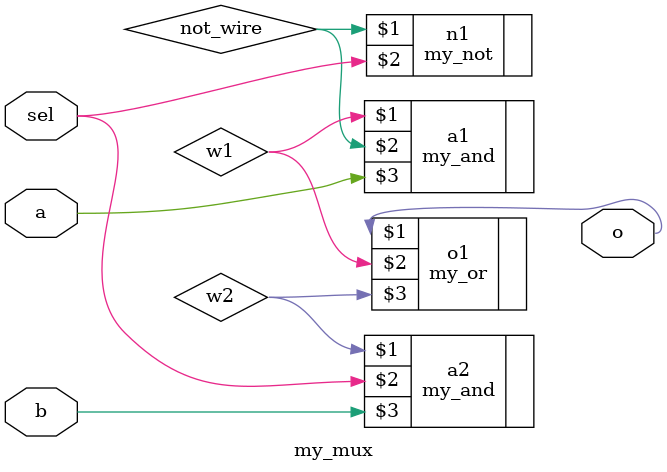
<source format=sv>
`ifndef my_or
  `include "my_or.sv"
`endif
`ifndef my_not
  `include "my_not.sv"
`endif
`ifndef my_and
  `include "my_and.sv"
`endif
`define my_mux 1

module my_mux(o, a, b, sel);
  input a, b, sel;
  output o;

  wire not_wire, w1, w2;

  my_not n1(not_wire, sel);
  my_and a1(w1, not_wire, a);
  my_and a2(w2, sel, b);
  my_or o1(o, w1, w2);
endmodule
</source>
